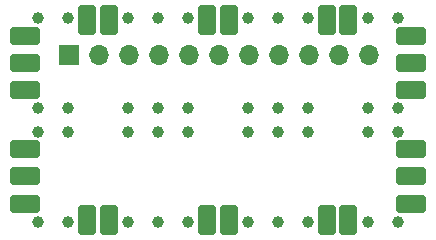
<source format=gts>
%TF.GenerationSoftware,KiCad,Pcbnew,(6.0.4-0)*%
%TF.CreationDate,2022-05-02T21:47:31-07:00*%
%TF.ProjectId,hcms_dot_display_top,68636d73-5f64-46f7-945f-646973706c61,rev?*%
%TF.SameCoordinates,Original*%
%TF.FileFunction,Soldermask,Top*%
%TF.FilePolarity,Negative*%
%FSLAX46Y46*%
G04 Gerber Fmt 4.6, Leading zero omitted, Abs format (unit mm)*
G04 Created by KiCad (PCBNEW (6.0.4-0)) date 2022-05-02 21:47:31*
%MOMM*%
%LPD*%
G01*
G04 APERTURE LIST*
G04 Aperture macros list*
%AMRoundRect*
0 Rectangle with rounded corners*
0 $1 Rounding radius*
0 $2 $3 $4 $5 $6 $7 $8 $9 X,Y pos of 4 corners*
0 Add a 4 corners polygon primitive as box body*
4,1,4,$2,$3,$4,$5,$6,$7,$8,$9,$2,$3,0*
0 Add four circle primitives for the rounded corners*
1,1,$1+$1,$2,$3*
1,1,$1+$1,$4,$5*
1,1,$1+$1,$6,$7*
1,1,$1+$1,$8,$9*
0 Add four rect primitives between the rounded corners*
20,1,$1+$1,$2,$3,$4,$5,0*
20,1,$1+$1,$4,$5,$6,$7,0*
20,1,$1+$1,$6,$7,$8,$9,0*
20,1,$1+$1,$8,$9,$2,$3,0*%
G04 Aperture macros list end*
%ADD10RoundRect,0.150000X-0.600000X-1.100000X0.600000X-1.100000X0.600000X1.100000X-0.600000X1.100000X0*%
%ADD11RoundRect,0.150000X1.100000X-0.600000X1.100000X0.600000X-1.100000X0.600000X-1.100000X-0.600000X0*%
%ADD12C,1.000000*%
%ADD13R,1.700000X1.700000*%
%ADD14O,1.700000X1.700000*%
G04 APERTURE END LIST*
D10*
X149210000Y-114530000D03*
X151010000Y-114530000D03*
X159360000Y-114530000D03*
X161160000Y-114530000D03*
X169510000Y-114530000D03*
X171310000Y-114530000D03*
D11*
X143940000Y-98985000D03*
X143940000Y-101285000D03*
X143940000Y-103585000D03*
X143940000Y-108585000D03*
X143940000Y-110885000D03*
X143940000Y-113185000D03*
X176580000Y-113185000D03*
X176580000Y-110885000D03*
X176580000Y-108585000D03*
X176580000Y-103585000D03*
X176580000Y-101285000D03*
X176580000Y-98985000D03*
D10*
X149210000Y-97640000D03*
X151010000Y-97640000D03*
X159360000Y-97640000D03*
X161160000Y-97640000D03*
X169510000Y-97640000D03*
X171310000Y-97640000D03*
D12*
X145021778Y-114723222D03*
X145021778Y-105073222D03*
X147561778Y-114723222D03*
X147561778Y-105073222D03*
X152641778Y-114723222D03*
X152641778Y-105073222D03*
X155181778Y-114723222D03*
X155181778Y-105073222D03*
X157721778Y-114723222D03*
X157721778Y-105073222D03*
X162801778Y-114723222D03*
X162801778Y-105073222D03*
X165341778Y-114723222D03*
X165341778Y-105073222D03*
X167881778Y-114723222D03*
X167881778Y-105073222D03*
X172961778Y-114723222D03*
X172961778Y-105073222D03*
X175511778Y-114723222D03*
X175511778Y-105073222D03*
X175511778Y-107103222D03*
X175511778Y-97453222D03*
X172961778Y-107103222D03*
X172961778Y-97453222D03*
X167881778Y-107103222D03*
X167881778Y-97453222D03*
X165341778Y-107103222D03*
X165341778Y-97453222D03*
X162801778Y-107103222D03*
X162801778Y-97453222D03*
X157721778Y-107103222D03*
X157721778Y-97453222D03*
X155181778Y-107103222D03*
X155181778Y-97453222D03*
X152641778Y-107103222D03*
X152641778Y-97453222D03*
X147561778Y-107103222D03*
X147561778Y-97453222D03*
X145021778Y-107103222D03*
X145021778Y-97453222D03*
D13*
X147618222Y-100571778D03*
D14*
X150158222Y-100571778D03*
X152698222Y-100571778D03*
X155238222Y-100571778D03*
X157778222Y-100571778D03*
X160318222Y-100571778D03*
X162858222Y-100571778D03*
X165398222Y-100571778D03*
X167938222Y-100571778D03*
X170478222Y-100571778D03*
X173018222Y-100571778D03*
M02*

</source>
